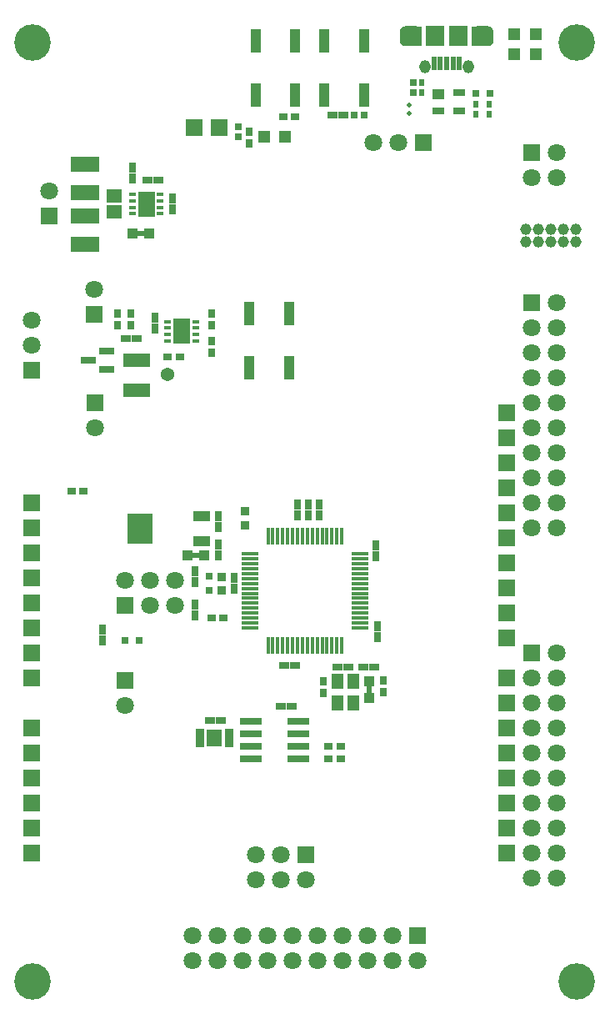
<source format=gts>
G04 Layer_Color=8388736*
%FSLAX43Y43*%
%MOMM*%
G71*
G01*
G75*
%ADD70C,0.500*%
%ADD127R,0.510X0.900*%
%ADD128R,0.850X1.950*%
%ADD129R,0.900X0.510*%
%ADD130R,1.050X1.100*%
%ADD131R,0.500X1.450*%
%ADD132R,1.100X2.350*%
%ADD133C,1.370*%
%ADD134R,1.250X1.500*%
%ADD135R,1.700X1.100*%
%ADD136R,2.600X3.100*%
%ADD137R,1.550X1.750*%
%ADD138R,0.850X0.450*%
%ADD139R,0.775X0.450*%
%ADD140R,1.800X2.600*%
%ADD141O,0.400X1.750*%
%ADD142O,1.750X0.400*%
%ADD143R,2.300X0.700*%
%ADD144R,1.500X0.700*%
%ADD145R,1.300X1.300*%
%ADD146R,1.200X1.100*%
%ADD147R,1.200X0.700*%
%ADD148R,0.800X0.800*%
%ADD149R,2.900X1.500*%
%ADD150R,0.862X0.862*%
%ADD151R,2.800X1.350*%
%ADD152R,1.600X1.450*%
%ADD153R,1.000X0.700*%
%ADD154R,0.700X1.000*%
%ADD155R,1.100X1.050*%
%ADD156R,0.750X0.900*%
%ADD157R,0.900X0.750*%
%ADD158R,0.650X0.700*%
%ADD159R,0.600X0.750*%
%ADD160R,1.300X1.300*%
%ADD161R,0.800X0.800*%
%ADD162R,0.700X0.650*%
%ADD163R,1.900X2.000*%
G04:AMPARAMS|DCode=164|XSize=1.15mm|YSize=1.35mm|CornerRadius=0.575mm|HoleSize=0mm|Usage=FLASHONLY|Rotation=180.000|XOffset=0mm|YOffset=0mm|HoleType=Round|Shape=RoundedRectangle|*
%AMROUNDEDRECTD164*
21,1,1.150,0.200,0,0,180.0*
21,1,0.000,1.350,0,0,180.0*
1,1,1.150,0.000,0.100*
1,1,1.150,0.000,0.100*
1,1,1.150,0.000,-0.100*
1,1,1.150,0.000,-0.100*
%
%ADD164ROUNDEDRECTD164*%
G04:AMPARAMS|DCode=165|XSize=1.15mm|YSize=1.35mm|CornerRadius=0.575mm|HoleSize=0mm|Usage=FLASHONLY|Rotation=180.000|XOffset=0mm|YOffset=0mm|HoleType=Round|Shape=RoundedRectangle|*
%AMROUNDEDRECTD165*
21,1,1.150,0.200,0,0,180.0*
21,1,0.000,1.350,0,0,180.0*
1,1,1.150,0.000,0.100*
1,1,1.150,0.000,0.100*
1,1,1.150,0.000,-0.100*
1,1,1.150,0.000,-0.100*
%
%ADD165ROUNDEDRECTD165*%
G04:AMPARAMS|DCode=166|XSize=2.2mm|YSize=2mm|CornerRadius=0.544mm|HoleSize=0mm|Usage=FLASHONLY|Rotation=180.000|XOffset=0mm|YOffset=0mm|HoleType=Round|Shape=RoundedRectangle|*
%AMROUNDEDRECTD166*
21,1,2.200,0.912,0,0,180.0*
21,1,1.112,2.000,0,0,180.0*
1,1,1.088,-0.556,0.456*
1,1,1.088,0.556,0.456*
1,1,1.088,0.556,-0.456*
1,1,1.088,-0.556,-0.456*
%
%ADD166ROUNDEDRECTD166*%
%ADD167R,1.800X1.800*%
%ADD168R,1.800X1.800*%
%ADD169C,1.800*%
%ADD170C,1.800*%
%ADD171R,1.800X1.800*%
%ADD172C,1.150*%
%ADD173C,1.150*%
%ADD174R,1.800X1.800*%
%ADD175C,3.700*%
G36*
X-11398Y-675D02*
X-11396Y-675D01*
X-11348Y-679D01*
X-11347Y-679D01*
X-11345Y-679D01*
X-11292Y-686D01*
X-11289Y-687D01*
X-11285Y-688D01*
X-11232Y-703D01*
X-11230Y-703D01*
X-11228Y-704D01*
X-11185Y-720D01*
X-11183Y-721D01*
X-11181Y-722D01*
X-11139Y-742D01*
X-11137Y-743D01*
X-11134Y-745D01*
X-11090Y-773D01*
X-11088Y-774D01*
X-11087Y-775D01*
X-11049Y-804D01*
X-11047Y-805D01*
X-11046Y-806D01*
X-11007Y-840D01*
X-11004Y-843D01*
X-11001Y-846D01*
X-10972Y-882D01*
X-10971Y-883D01*
X-10971Y-884D01*
X-10943Y-921D01*
X-10941Y-923D01*
X-10940Y-926D01*
X-10916Y-967D01*
X-10915Y-969D01*
X-10914Y-970D01*
X-10894Y-1012D01*
X-10893Y-1014D01*
X-10892Y-1016D01*
X-10876Y-1058D01*
X-10875Y-1061D01*
X-10874Y-1064D01*
X-10862Y-1115D01*
X-10862Y-1117D01*
X-10861Y-1119D01*
X-10854Y-1164D01*
X-10854Y-1166D01*
X-10854Y-1168D01*
X-10850Y-1221D01*
X-10850Y-1223D01*
X-10850Y-1225D01*
Y-2125D01*
X-10850Y-2127D01*
X-10850Y-2129D01*
X-10854Y-2184D01*
X-10854Y-2186D01*
X-10855Y-2189D01*
X-10863Y-2234D01*
X-10863Y-2235D01*
X-10863Y-2237D01*
X-10875Y-2287D01*
X-10876Y-2290D01*
X-10877Y-2294D01*
X-10893Y-2334D01*
X-10906Y-2366D01*
X-10908Y-2370D01*
X-10910Y-2373D01*
X-10935Y-2416D01*
X-10936Y-2418D01*
X-10937Y-2420D01*
X-10963Y-2457D01*
X-10964Y-2458D01*
X-10965Y-2460D01*
X-10996Y-2498D01*
X-10999Y-2500D01*
X-11001Y-2503D01*
X-11046Y-2544D01*
X-11048Y-2546D01*
X-11050Y-2547D01*
X-11090Y-2577D01*
X-11092Y-2578D01*
X-11093Y-2579D01*
X-11139Y-2609D01*
X-11142Y-2610D01*
X-11145Y-2612D01*
X-11198Y-2636D01*
X-11201Y-2637D01*
X-11205Y-2638D01*
X-11292Y-2664D01*
X-11297Y-2665D01*
X-11301Y-2666D01*
X-11301Y-2666D01*
X-11301Y-2666D01*
X-11301D01*
X-11395Y-2675D01*
X-11398Y-2675D01*
X-11400Y-2675D01*
X-13000D01*
X-13010Y-2674D01*
X-13019Y-2671D01*
X-13028Y-2667D01*
X-13036Y-2661D01*
X-13042Y-2653D01*
X-13046Y-2644D01*
X-13049Y-2635D01*
X-13050Y-2625D01*
Y-725D01*
X-13049Y-715D01*
X-13046Y-706D01*
X-13042Y-697D01*
X-13036Y-689D01*
X-13028Y-683D01*
X-13019Y-679D01*
X-13010Y-676D01*
X-13000Y-675D01*
X-11400D01*
X-11398Y-675D01*
D02*
G37*
G36*
X-18190Y-676D02*
X-18181Y-679D01*
X-18172Y-683D01*
X-18164Y-689D01*
X-18158Y-697D01*
X-18154Y-706D01*
X-18151Y-715D01*
X-18150Y-725D01*
Y-2625D01*
X-18151Y-2635D01*
X-18154Y-2644D01*
X-18158Y-2653D01*
X-18164Y-2661D01*
X-18172Y-2667D01*
X-18181Y-2671D01*
X-18190Y-2674D01*
X-18200Y-2675D01*
X-19800D01*
X-19802Y-2675D01*
X-19804Y-2675D01*
X-19852Y-2671D01*
X-19853Y-2671D01*
X-19855Y-2671D01*
X-19908Y-2664D01*
X-19911Y-2663D01*
X-19915Y-2662D01*
X-19968Y-2647D01*
X-19970Y-2647D01*
X-19972Y-2646D01*
X-20015Y-2630D01*
X-20017Y-2629D01*
X-20019Y-2628D01*
X-20061Y-2608D01*
X-20063Y-2607D01*
X-20066Y-2605D01*
X-20110Y-2577D01*
X-20112Y-2576D01*
X-20113Y-2575D01*
X-20151Y-2546D01*
X-20153Y-2545D01*
X-20154Y-2544D01*
X-20193Y-2510D01*
X-20196Y-2507D01*
X-20199Y-2504D01*
X-20228Y-2468D01*
X-20229Y-2467D01*
X-20229Y-2466D01*
X-20257Y-2429D01*
X-20259Y-2427D01*
X-20260Y-2424D01*
X-20284Y-2383D01*
X-20285Y-2381D01*
X-20286Y-2380D01*
X-20306Y-2338D01*
X-20307Y-2336D01*
X-20308Y-2334D01*
X-20324Y-2292D01*
X-20325Y-2289D01*
X-20326Y-2286D01*
X-20338Y-2235D01*
X-20338Y-2233D01*
X-20339Y-2231D01*
X-20346Y-2186D01*
X-20346Y-2184D01*
X-20346Y-2182D01*
X-20350Y-2129D01*
X-20350Y-2127D01*
X-20350Y-2125D01*
Y-1225D01*
X-20350Y-1223D01*
X-20350Y-1221D01*
X-20346Y-1166D01*
X-20346Y-1164D01*
X-20345Y-1161D01*
X-20337Y-1116D01*
X-20337Y-1115D01*
X-20337Y-1113D01*
X-20325Y-1063D01*
X-20324Y-1060D01*
X-20323Y-1056D01*
X-20307Y-1016D01*
X-20294Y-984D01*
X-20292Y-980D01*
X-20290Y-977D01*
X-20265Y-934D01*
X-20264Y-932D01*
X-20263Y-930D01*
X-20237Y-893D01*
X-20236Y-892D01*
X-20235Y-890D01*
X-20204Y-852D01*
X-20201Y-850D01*
X-20199Y-847D01*
X-20154Y-806D01*
X-20152Y-804D01*
X-20150Y-803D01*
X-20110Y-773D01*
X-20108Y-772D01*
X-20107Y-771D01*
X-20061Y-742D01*
X-20058Y-740D01*
X-20055Y-738D01*
X-20002Y-714D01*
X-19999Y-713D01*
X-19995Y-712D01*
X-19908Y-686D01*
X-19903Y-685D01*
X-19899Y-684D01*
X-19899Y-684D01*
X-19899Y-684D01*
X-19899D01*
X-19805Y-675D01*
X-19802Y-675D01*
X-19800Y-675D01*
X-18200D01*
X-18190Y-676D01*
D02*
G37*
D70*
X-19413Y-9488D02*
D03*
Y-8688D02*
D03*
D127*
X-23505Y-68050D02*
D03*
D128*
X-40626Y-72925D02*
D03*
X-37726D02*
D03*
D129*
X-46675Y-21740D02*
D03*
X-41075Y-54370D02*
D03*
D130*
X-23500Y-68900D02*
D03*
Y-67200D02*
D03*
D131*
X-14300Y-4475D02*
D03*
X-14950D02*
D03*
X-15600D02*
D03*
X-16250D02*
D03*
X-16900D02*
D03*
D132*
X-35000Y-7650D02*
D03*
Y-2150D02*
D03*
X-31000D02*
D03*
Y-7650D02*
D03*
X-28000D02*
D03*
Y-2150D02*
D03*
X-24000D02*
D03*
Y-7650D02*
D03*
X-31625Y-29875D02*
D03*
Y-35375D02*
D03*
X-35625D02*
D03*
Y-29875D02*
D03*
D133*
X-43925Y-36045D02*
D03*
D134*
X-26700Y-67200D02*
D03*
Y-69400D02*
D03*
X-25100D02*
D03*
Y-67200D02*
D03*
D135*
X-40475Y-50375D02*
D03*
Y-52975D02*
D03*
D136*
X-46725Y-51675D02*
D03*
D137*
X-39175Y-72925D02*
D03*
D138*
X-40625Y-72175D02*
D03*
Y-72675D02*
D03*
Y-73175D02*
D03*
Y-73675D02*
D03*
X-37725D02*
D03*
Y-73175D02*
D03*
Y-72675D02*
D03*
Y-72175D02*
D03*
D139*
X-41100Y-32620D02*
D03*
Y-31970D02*
D03*
Y-31320D02*
D03*
Y-30670D02*
D03*
X-43924D02*
D03*
Y-31320D02*
D03*
Y-31970D02*
D03*
Y-32620D02*
D03*
X-44700Y-19720D02*
D03*
Y-19070D02*
D03*
Y-18420D02*
D03*
Y-17770D02*
D03*
X-47525D02*
D03*
Y-18420D02*
D03*
Y-19070D02*
D03*
Y-19720D02*
D03*
D140*
X-42512Y-31645D02*
D03*
X-46112Y-18745D02*
D03*
D141*
X-33750Y-52425D02*
D03*
X-33250D02*
D03*
X-32750D02*
D03*
X-32250D02*
D03*
X-31750D02*
D03*
X-31250D02*
D03*
X-30750D02*
D03*
X-30250D02*
D03*
X-29750D02*
D03*
X-29250D02*
D03*
X-28750D02*
D03*
X-28250D02*
D03*
X-27750D02*
D03*
X-27250D02*
D03*
X-26750D02*
D03*
X-26250D02*
D03*
Y-63575D02*
D03*
X-26750D02*
D03*
X-27250D02*
D03*
X-27750D02*
D03*
X-28250D02*
D03*
X-28750D02*
D03*
X-29250D02*
D03*
X-29750D02*
D03*
X-30250D02*
D03*
X-30750D02*
D03*
X-31250D02*
D03*
X-31750D02*
D03*
X-32250D02*
D03*
X-32750D02*
D03*
X-33250D02*
D03*
X-33750D02*
D03*
D142*
X-24425Y-54250D02*
D03*
Y-54750D02*
D03*
Y-55250D02*
D03*
Y-55750D02*
D03*
Y-56250D02*
D03*
Y-56750D02*
D03*
Y-57250D02*
D03*
Y-57750D02*
D03*
Y-58250D02*
D03*
Y-58750D02*
D03*
Y-59250D02*
D03*
Y-59750D02*
D03*
Y-60250D02*
D03*
Y-60750D02*
D03*
Y-61250D02*
D03*
Y-61750D02*
D03*
X-35575D02*
D03*
Y-61250D02*
D03*
Y-60750D02*
D03*
Y-60250D02*
D03*
Y-59750D02*
D03*
Y-59250D02*
D03*
Y-58750D02*
D03*
Y-58250D02*
D03*
Y-57750D02*
D03*
Y-57250D02*
D03*
Y-56750D02*
D03*
Y-56250D02*
D03*
Y-55750D02*
D03*
Y-55250D02*
D03*
Y-54750D02*
D03*
Y-54250D02*
D03*
D143*
X-30700Y-75080D02*
D03*
Y-73810D02*
D03*
Y-72540D02*
D03*
Y-71270D02*
D03*
X-35500Y-75080D02*
D03*
Y-73810D02*
D03*
Y-72540D02*
D03*
Y-71270D02*
D03*
D144*
X-50100Y-35520D02*
D03*
Y-33620D02*
D03*
X-52000Y-34570D02*
D03*
D145*
X-34150Y-11900D02*
D03*
X-32050D02*
D03*
D146*
X-16400Y-7600D02*
D03*
D147*
Y-9300D02*
D03*
X-14300D02*
D03*
Y-7400D02*
D03*
D148*
X-46850Y-63025D02*
D03*
X-48250D02*
D03*
X-11200Y-7500D02*
D03*
X-12600D02*
D03*
D149*
X-52375Y-14670D02*
D03*
Y-17570D02*
D03*
Y-19895D02*
D03*
Y-22795D02*
D03*
D150*
X-38450Y-57973D02*
D03*
Y-56576D02*
D03*
X-36100Y-49939D02*
D03*
Y-51336D02*
D03*
D151*
X-47050Y-34570D02*
D03*
Y-37620D02*
D03*
D152*
X-49400Y-19545D02*
D03*
Y-17895D02*
D03*
D153*
X-32475Y-69700D02*
D03*
X-31375D02*
D03*
X-32100Y-65600D02*
D03*
X-31000D02*
D03*
X-25600Y-65700D02*
D03*
X-26700D02*
D03*
X-24100D02*
D03*
X-23000D02*
D03*
X-45975Y-16295D02*
D03*
X-44875D02*
D03*
X-48225Y-32400D02*
D03*
X-47125D02*
D03*
X-39675Y-71125D02*
D03*
X-38575D02*
D03*
X-27225Y-9700D02*
D03*
X-26125D02*
D03*
D154*
X-28525Y-50325D02*
D03*
Y-49225D02*
D03*
X-41150Y-56000D02*
D03*
Y-57100D02*
D03*
X-41125Y-59425D02*
D03*
Y-60525D02*
D03*
X-38775Y-51475D02*
D03*
Y-50375D02*
D03*
Y-53275D02*
D03*
Y-54375D02*
D03*
X-22800Y-54450D02*
D03*
Y-53350D02*
D03*
X-22650Y-62725D02*
D03*
Y-61625D02*
D03*
X-30737Y-49225D02*
D03*
Y-50325D02*
D03*
X-29638Y-49225D02*
D03*
Y-50325D02*
D03*
X-37225Y-56700D02*
D03*
Y-57800D02*
D03*
X-43475Y-19270D02*
D03*
Y-18170D02*
D03*
X-47500Y-15045D02*
D03*
Y-16145D02*
D03*
X-45225Y-30270D02*
D03*
Y-31370D02*
D03*
X-50525Y-61900D02*
D03*
Y-63000D02*
D03*
D155*
X-47525Y-21745D02*
D03*
X-45825D02*
D03*
X-41925Y-54375D02*
D03*
X-40225D02*
D03*
D156*
X-22000Y-67100D02*
D03*
Y-68300D02*
D03*
X-28100Y-67200D02*
D03*
Y-68400D02*
D03*
X-47675Y-31045D02*
D03*
Y-29845D02*
D03*
X-49050Y-29845D02*
D03*
Y-31045D02*
D03*
X-39500Y-33825D02*
D03*
Y-32625D02*
D03*
X-39475Y-31025D02*
D03*
Y-29825D02*
D03*
X-35700Y-11400D02*
D03*
Y-12600D02*
D03*
D157*
X-27575Y-73775D02*
D03*
X-26375D02*
D03*
X-27575Y-75075D02*
D03*
X-26375D02*
D03*
X-43925Y-34270D02*
D03*
X-42725D02*
D03*
X-53700Y-47900D02*
D03*
X-52500D02*
D03*
X-32200Y-9900D02*
D03*
X-31000D02*
D03*
X-38250Y-60750D02*
D03*
X-39450D02*
D03*
D158*
X-19000Y-7400D02*
D03*
Y-6400D02*
D03*
X-36800Y-10900D02*
D03*
Y-11900D02*
D03*
D159*
X-18100Y-6425D02*
D03*
Y-7375D02*
D03*
X-12600Y-9575D02*
D03*
Y-8625D02*
D03*
X-11300Y-9575D02*
D03*
Y-8625D02*
D03*
D160*
X-6500Y-1450D02*
D03*
Y-3550D02*
D03*
X-8750Y-1450D02*
D03*
Y-3550D02*
D03*
D161*
X-39700Y-56550D02*
D03*
Y-57950D02*
D03*
D162*
X-23950Y-9700D02*
D03*
X-24950D02*
D03*
D163*
X-16750Y-1675D02*
D03*
X-14450D02*
D03*
D164*
X-13375Y-4800D02*
D03*
D165*
X-17825D02*
D03*
D166*
X-19250Y-1675D02*
D03*
X-11950D02*
D03*
D167*
X-57778Y-82070D02*
D03*
Y-84610D02*
D03*
Y-76990D02*
D03*
Y-79530D02*
D03*
Y-74450D02*
D03*
Y-71910D02*
D03*
X-9518Y-84610D02*
D03*
Y-82070D02*
D03*
Y-76990D02*
D03*
Y-79530D02*
D03*
Y-69370D02*
D03*
Y-66830D02*
D03*
Y-71910D02*
D03*
Y-74450D02*
D03*
Y-52606D02*
D03*
Y-44986D02*
D03*
Y-47526D02*
D03*
Y-57686D02*
D03*
Y-55146D02*
D03*
Y-60226D02*
D03*
Y-62766D02*
D03*
X-57778Y-49050D02*
D03*
Y-51590D02*
D03*
Y-56670D02*
D03*
Y-54130D02*
D03*
Y-64290D02*
D03*
Y-66830D02*
D03*
Y-61750D02*
D03*
Y-59210D02*
D03*
D168*
X-9518Y-50066D02*
D03*
Y-42446D02*
D03*
Y-39906D02*
D03*
X-57778Y-35570D02*
D03*
X-48240Y-67120D02*
D03*
X-6970Y-64290D02*
D03*
Y-28730D02*
D03*
X-56000Y-19940D02*
D03*
X-51300Y-38925D02*
D03*
X-51400Y-29958D02*
D03*
X-6970Y-13490D02*
D03*
D169*
X-57778Y-30490D02*
D03*
Y-33030D02*
D03*
X-48240Y-69660D02*
D03*
X-4430Y-87150D02*
D03*
X-6970Y-76990D02*
D03*
X-4430D02*
D03*
Y-79530D02*
D03*
X-6970D02*
D03*
X-4430Y-82070D02*
D03*
Y-84610D02*
D03*
X-6970D02*
D03*
Y-87150D02*
D03*
X-4430Y-64290D02*
D03*
X-43160Y-59500D02*
D03*
Y-56960D02*
D03*
X-4430Y-51590D02*
D03*
X-6970Y-41430D02*
D03*
X-4430D02*
D03*
Y-43970D02*
D03*
X-6970D02*
D03*
Y-51590D02*
D03*
X-4430Y-28730D02*
D03*
X-18570Y-95570D02*
D03*
X-41430Y-93030D02*
D03*
X-38890D02*
D03*
Y-95570D02*
D03*
X-36350Y-93030D02*
D03*
Y-95570D02*
D03*
X-31270D02*
D03*
Y-93030D02*
D03*
X-41430Y-95570D02*
D03*
X-32429Y-84750D02*
D03*
X-34969Y-87290D02*
D03*
X-29889D02*
D03*
X-51300Y-41465D02*
D03*
X-20525Y-12525D02*
D03*
X-4430Y-13490D02*
D03*
D170*
X-6970Y-82070D02*
D03*
Y-74450D02*
D03*
Y-71910D02*
D03*
X-4430D02*
D03*
X-6970Y-69370D02*
D03*
X-4430D02*
D03*
X-6970Y-66830D02*
D03*
X-4430D02*
D03*
Y-74450D02*
D03*
X-45700Y-59500D02*
D03*
Y-56960D02*
D03*
X-48240D02*
D03*
X-4430Y-46510D02*
D03*
X-6970D02*
D03*
X-4430Y-49050D02*
D03*
X-6970D02*
D03*
Y-38890D02*
D03*
Y-36350D02*
D03*
X-4430D02*
D03*
X-6970Y-33810D02*
D03*
X-4430D02*
D03*
X-6970Y-31270D02*
D03*
X-4430D02*
D03*
Y-38890D02*
D03*
X-28730Y-95570D02*
D03*
X-21110D02*
D03*
Y-93030D02*
D03*
X-23650Y-95570D02*
D03*
Y-93030D02*
D03*
X-26190Y-95570D02*
D03*
Y-93030D02*
D03*
X-28730D02*
D03*
X-33810D02*
D03*
Y-95570D02*
D03*
X-56000Y-17400D02*
D03*
X-34969Y-84750D02*
D03*
X-32429Y-87290D02*
D03*
X-51400Y-27417D02*
D03*
X-23065Y-12525D02*
D03*
X-6970Y-16030D02*
D03*
X-4430D02*
D03*
D171*
X-38730Y-10950D02*
D03*
X-41270D02*
D03*
X-18570Y-93030D02*
D03*
X-29889Y-84750D02*
D03*
X-17985Y-12525D02*
D03*
D172*
X-7530Y-21305D02*
D03*
X-4990Y-22575D02*
D03*
X-6260D02*
D03*
Y-21305D02*
D03*
X-4990D02*
D03*
X-3720D02*
D03*
X-2450D02*
D03*
D173*
X-7530Y-22575D02*
D03*
X-2450D02*
D03*
X-3720D02*
D03*
D174*
X-48240Y-59500D02*
D03*
D175*
X-2350Y-2350D02*
D03*
X-57650D02*
D03*
X-2350Y-97650D02*
D03*
X-57650D02*
D03*
M02*

</source>
